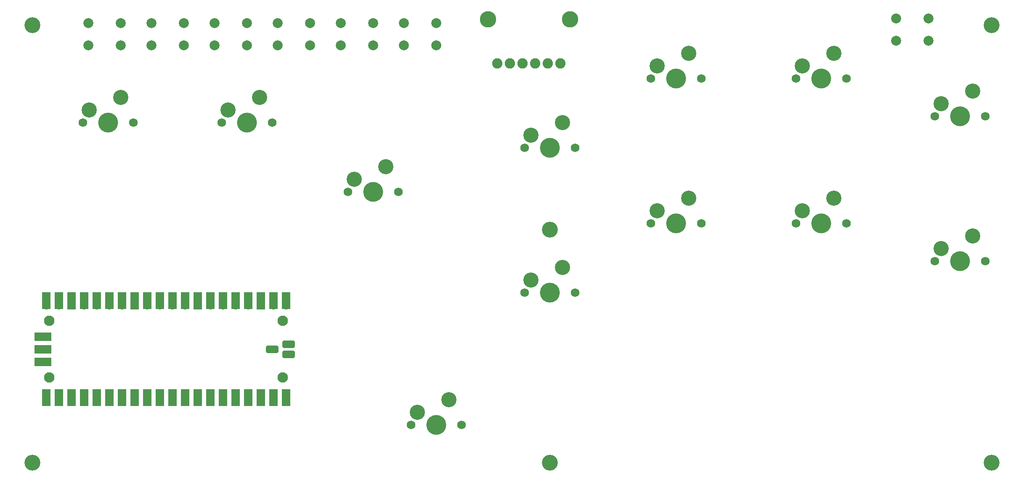
<source format=gbr>
%TF.GenerationSoftware,KiCad,Pcbnew,(6.0.4)*%
%TF.CreationDate,2022-07-03T17:31:01+01:00*%
%TF.ProjectId,MiniFighter Lite,4d696e69-4669-4676-9874-6572204c6974,rev?*%
%TF.SameCoordinates,Original*%
%TF.FileFunction,Soldermask,Top*%
%TF.FilePolarity,Negative*%
%FSLAX46Y46*%
G04 Gerber Fmt 4.6, Leading zero omitted, Abs format (unit mm)*
G04 Created by KiCad (PCBNEW (6.0.4)) date 2022-07-03 17:31:01*
%MOMM*%
%LPD*%
G01*
G04 APERTURE LIST*
G04 Aperture macros list*
%AMRoundRect*
0 Rectangle with rounded corners*
0 $1 Rounding radius*
0 $2 $3 $4 $5 $6 $7 $8 $9 X,Y pos of 4 corners*
0 Add a 4 corners polygon primitive as box body*
4,1,4,$2,$3,$4,$5,$6,$7,$8,$9,$2,$3,0*
0 Add four circle primitives for the rounded corners*
1,1,$1+$1,$2,$3*
1,1,$1+$1,$4,$5*
1,1,$1+$1,$6,$7*
1,1,$1+$1,$8,$9*
0 Add four rect primitives between the rounded corners*
20,1,$1+$1,$2,$3,$4,$5,0*
20,1,$1+$1,$4,$5,$6,$7,0*
20,1,$1+$1,$6,$7,$8,$9,0*
20,1,$1+$1,$8,$9,$2,$3,0*%
G04 Aperture macros list end*
%ADD10C,3.200000*%
%ADD11C,2.100000*%
%ADD12R,1.700000X3.500000*%
%ADD13O,1.700000X1.700000*%
%ADD14R,1.700000X1.700000*%
%ADD15R,3.500000X1.700000*%
%ADD16RoundRect,0.300000X-0.950000X0.450000X-0.950000X-0.450000X0.950000X-0.450000X0.950000X0.450000X0*%
%ADD17C,2.000000*%
%ADD18C,1.750000*%
%ADD19C,3.050000*%
%ADD20C,4.000000*%
%ADD21C,3.302000*%
%ADD22C,2.082800*%
G04 APERTURE END LIST*
D10*
%TO.C,M3.1*%
X129540000Y-82000000D03*
%TD*%
%TO.C,M3.4*%
X322580000Y-170180000D03*
%TD*%
D11*
%TO.C,U1*%
X179945000Y-153020000D03*
X179945000Y-141620000D03*
X132945000Y-153020000D03*
X132945000Y-141620000D03*
D12*
X180575000Y-137530000D03*
D13*
X180575000Y-138430000D03*
X178035000Y-138430000D03*
D12*
X178035000Y-137530000D03*
D14*
X175495000Y-138430000D03*
D12*
X175495000Y-137530000D03*
X172955000Y-137530000D03*
D13*
X172955000Y-138430000D03*
X170415000Y-138430000D03*
D12*
X170415000Y-137530000D03*
D13*
X167875000Y-138430000D03*
D12*
X167875000Y-137530000D03*
D13*
X165335000Y-138430000D03*
D12*
X165335000Y-137530000D03*
X162795000Y-137530000D03*
D14*
X162795000Y-138430000D03*
D12*
X160255000Y-137530000D03*
D13*
X160255000Y-138430000D03*
X157715000Y-138430000D03*
D12*
X157715000Y-137530000D03*
D13*
X155175000Y-138430000D03*
D12*
X155175000Y-137530000D03*
X152635000Y-137530000D03*
D13*
X152635000Y-138430000D03*
D14*
X150095000Y-138430000D03*
D12*
X150095000Y-137530000D03*
D13*
X147555000Y-138430000D03*
D12*
X147555000Y-137530000D03*
X145015000Y-137530000D03*
D13*
X145015000Y-138430000D03*
D12*
X142475000Y-137530000D03*
D13*
X142475000Y-138430000D03*
D12*
X139935000Y-137530000D03*
D13*
X139935000Y-138430000D03*
D14*
X137395000Y-138430000D03*
D12*
X137395000Y-137530000D03*
D13*
X134855000Y-138430000D03*
D12*
X134855000Y-137530000D03*
D13*
X132315000Y-138430000D03*
D12*
X132315000Y-137530000D03*
X132315000Y-157110000D03*
D13*
X132315000Y-156210000D03*
X134855000Y-156210000D03*
D12*
X134855000Y-157110000D03*
D14*
X137395000Y-156210000D03*
D12*
X137395000Y-157110000D03*
D13*
X139935000Y-156210000D03*
D12*
X139935000Y-157110000D03*
X142475000Y-157110000D03*
D13*
X142475000Y-156210000D03*
D12*
X145015000Y-157110000D03*
D13*
X145015000Y-156210000D03*
D12*
X147555000Y-157110000D03*
D13*
X147555000Y-156210000D03*
D14*
X150095000Y-156210000D03*
D12*
X150095000Y-157110000D03*
D13*
X152635000Y-156210000D03*
D12*
X152635000Y-157110000D03*
X155175000Y-157110000D03*
D13*
X155175000Y-156210000D03*
X157715000Y-156210000D03*
D12*
X157715000Y-157110000D03*
X160255000Y-157110000D03*
D13*
X160255000Y-156210000D03*
D12*
X162795000Y-157110000D03*
D14*
X162795000Y-156210000D03*
D12*
X165335000Y-157110000D03*
D13*
X165335000Y-156210000D03*
X167875000Y-156210000D03*
D12*
X167875000Y-157110000D03*
X170415000Y-157110000D03*
D13*
X170415000Y-156210000D03*
D12*
X172955000Y-157110000D03*
D13*
X172955000Y-156210000D03*
D12*
X175495000Y-157110000D03*
D14*
X175495000Y-156210000D03*
D13*
X178035000Y-156210000D03*
D12*
X178035000Y-157110000D03*
D13*
X180575000Y-156210000D03*
D12*
X180575000Y-157110000D03*
D15*
X131645000Y-144780000D03*
D13*
X132545000Y-144780000D03*
D15*
X131645000Y-147320000D03*
D14*
X132545000Y-147320000D03*
D13*
X132545000Y-149860000D03*
D15*
X131645000Y-149860000D03*
D16*
X177815000Y-147320000D03*
X181095000Y-148320000D03*
X181115000Y-146320000D03*
%TD*%
D17*
%TO.C,A1*%
X178920000Y-86070000D03*
X185420000Y-86070000D03*
X185420000Y-81570000D03*
X178920000Y-81570000D03*
%TD*%
D10*
%TO.C,M3.6*%
X233680000Y-123190000D03*
%TD*%
D18*
%TO.C,P3*%
X293370000Y-92710000D03*
D19*
X284480000Y-90170000D03*
X290830000Y-87630000D03*
D20*
X288290000Y-92710000D03*
D18*
X283210000Y-92710000D03*
%TD*%
D17*
%TO.C,A2*%
X166220000Y-86070000D03*
X172720000Y-86070000D03*
X166220000Y-81570000D03*
X172720000Y-81570000D03*
%TD*%
D18*
%TO.C,K3*%
X283210000Y-121920000D03*
D19*
X284480000Y-119380000D03*
D20*
X288290000Y-121920000D03*
D19*
X290830000Y-116840000D03*
D18*
X293370000Y-121920000D03*
%TD*%
D19*
%TO.C,K2*%
X255270000Y-119380000D03*
D20*
X259080000Y-121920000D03*
D18*
X254000000Y-121920000D03*
X264160000Y-121920000D03*
D19*
X261620000Y-116840000D03*
%TD*%
D17*
%TO.C,R3*%
X153520000Y-86070000D03*
X160020000Y-86070000D03*
X160020000Y-81570000D03*
X153520000Y-81570000D03*
%TD*%
D21*
%TO.C,USBC1*%
X221235000Y-80808750D03*
X237745000Y-80808750D03*
D22*
X223140000Y-89698750D03*
X225680000Y-89698750D03*
X228220000Y-89698750D03*
X230760000Y-89698750D03*
X233300000Y-89698750D03*
X235840000Y-89698750D03*
%TD*%
D20*
%TO.C,DOWN1*%
X172720000Y-101600000D03*
D18*
X177800000Y-101600000D03*
X167640000Y-101600000D03*
D19*
X175260000Y-96520000D03*
X168910000Y-99060000D03*
%TD*%
D18*
%TO.C,RIGHT1*%
X193040000Y-115570000D03*
D20*
X198120000Y-115570000D03*
D18*
X203200000Y-115570000D03*
D19*
X200660000Y-110490000D03*
X194310000Y-113030000D03*
%TD*%
D17*
%TO.C,SELECT1*%
X198120000Y-86070000D03*
X191620000Y-86070000D03*
X191620000Y-81570000D03*
X198120000Y-81570000D03*
%TD*%
D18*
%TO.C,P4*%
X321310000Y-100330000D03*
D20*
X316230000Y-100330000D03*
D19*
X318770000Y-95250000D03*
X312420000Y-97790000D03*
D18*
X311150000Y-100330000D03*
%TD*%
D19*
%TO.C,K1*%
X229870000Y-133350000D03*
D18*
X228600000Y-135890000D03*
D19*
X236220000Y-130810000D03*
D18*
X238760000Y-135890000D03*
D20*
X233680000Y-135890000D03*
%TD*%
D17*
%TO.C,RUN1*%
X303380000Y-85090000D03*
X309880000Y-85090000D03*
X309880000Y-80590000D03*
X303380000Y-80590000D03*
%TD*%
D19*
%TO.C,P2*%
X261620000Y-87630000D03*
D18*
X254000000Y-92710000D03*
X264160000Y-92710000D03*
D20*
X259080000Y-92710000D03*
D19*
X255270000Y-90170000D03*
%TD*%
%TO.C,LEFT1*%
X140970000Y-99060000D03*
D20*
X144780000Y-101600000D03*
D18*
X139700000Y-101600000D03*
D19*
X147320000Y-96520000D03*
D18*
X149860000Y-101600000D03*
%TD*%
%TO.C,P1*%
X228600000Y-106680000D03*
D19*
X229870000Y-104140000D03*
X236220000Y-101600000D03*
D20*
X233680000Y-106680000D03*
D18*
X238760000Y-106680000D03*
%TD*%
D17*
%TO.C,L3*%
X140820000Y-86070000D03*
X147320000Y-86070000D03*
X140820000Y-81570000D03*
X147320000Y-81570000D03*
%TD*%
D10*
%TO.C,M3.3*%
X129540000Y-170180000D03*
%TD*%
D17*
%TO.C,START1*%
X204320000Y-86070000D03*
X210820000Y-86070000D03*
X210820000Y-81570000D03*
X204320000Y-81570000D03*
%TD*%
D10*
%TO.C,M3.5*%
X233680000Y-170180000D03*
%TD*%
D19*
%TO.C,UP1*%
X207010000Y-160020000D03*
D20*
X210820000Y-162560000D03*
D18*
X215900000Y-162560000D03*
X205740000Y-162560000D03*
D19*
X213360000Y-157480000D03*
%TD*%
D10*
%TO.C,M3.2*%
X322580000Y-82000000D03*
%TD*%
D18*
%TO.C,K4*%
X321310000Y-129540000D03*
D20*
X316230000Y-129540000D03*
D19*
X312420000Y-127000000D03*
D18*
X311150000Y-129540000D03*
D19*
X318770000Y-124460000D03*
%TD*%
M02*

</source>
